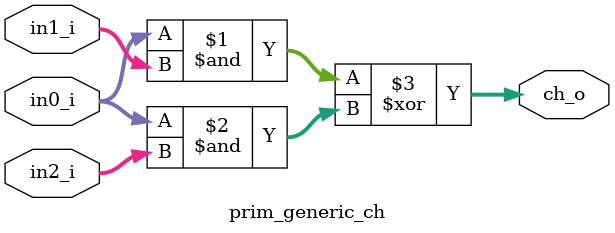
<source format=sv>

module prim_generic_ch #(
    parameter int unsigned Width = 32
) (
    input  logic [Width-1:0] in0_i,
    input  logic [Width-1:0] in1_i,
    input  logic [Width-1:0] in2_i,
    output logic [Width-1:0] ch_o
);

    assign ch_o = (in0_i & in1_i) ^ (in0_i & in2_i);

endmodule
</source>
